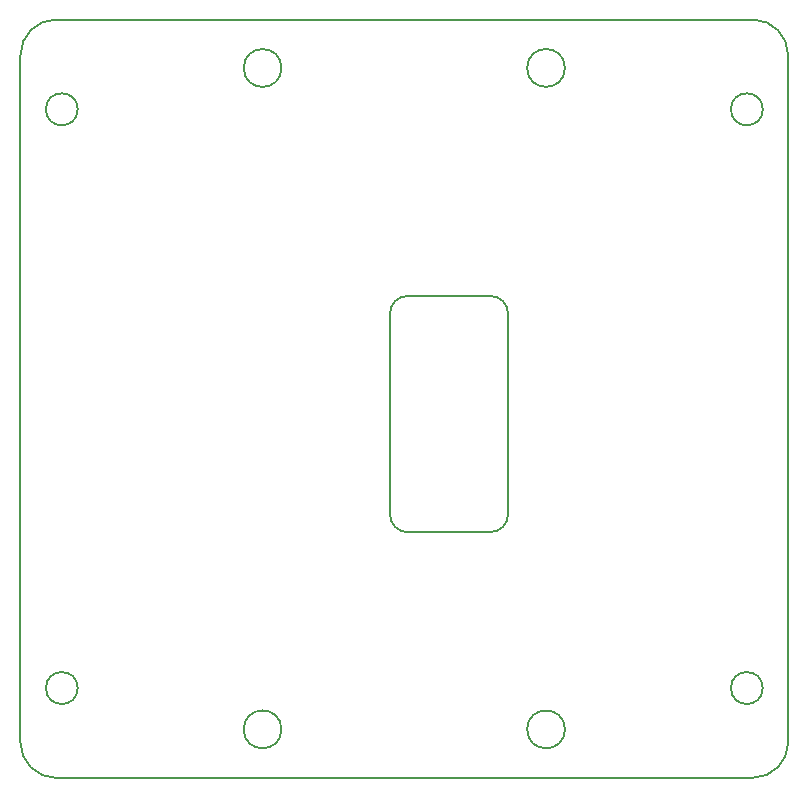
<source format=gbr>
%TF.GenerationSoftware,KiCad,Pcbnew,8.0.0-dirty*%
%TF.CreationDate,2024-04-13T11:17:01-04:00*%
%TF.ProjectId,UltrasonicPCB,556c7472-6173-46f6-9e69-635043422e6b,rev?*%
%TF.SameCoordinates,Original*%
%TF.FileFunction,Profile,NP*%
%FSLAX46Y46*%
G04 Gerber Fmt 4.6, Leading zero omitted, Abs format (unit mm)*
G04 Created by KiCad (PCBNEW 8.0.0-dirty) date 2024-04-13 11:17:01*
%MOMM*%
%LPD*%
G01*
G04 APERTURE LIST*
%TA.AperFunction,Profile*%
%ADD10C,0.200000*%
%TD*%
G04 APERTURE END LIST*
D10*
X98570000Y-123200000D02*
G75*
G02*
X95870000Y-123200000I-1350000J0D01*
G01*
X95870000Y-123200000D02*
G75*
G02*
X98570000Y-123200000I1350000J0D01*
G01*
X93720000Y-73700000D02*
X93720000Y-123700000D01*
X125000000Y-91500000D02*
G75*
G02*
X126500000Y-90000000I1500000J0D01*
G01*
X158720000Y-123700000D02*
X158719998Y-127800001D01*
X155719999Y-66599993D02*
G75*
G02*
X158719999Y-69593071I1J-3000007D01*
G01*
X139820000Y-70700000D02*
G75*
G02*
X136620000Y-70700000I-1600000J0D01*
G01*
X136620000Y-70700000D02*
G75*
G02*
X139820000Y-70700000I1600000J0D01*
G01*
X96719997Y-130799984D02*
G75*
G02*
X93720016Y-127799985I3J2999984D01*
G01*
X158719998Y-127800001D02*
G75*
G02*
X155719997Y-130799998I-2999998J1D01*
G01*
X135000000Y-91500000D02*
X135000000Y-108500000D01*
X133500000Y-90000000D02*
G75*
G02*
X135000000Y-91500000I0J-1500000D01*
G01*
X93720000Y-69600015D02*
G75*
G02*
X96719999Y-66600000I3000000J15D01*
G01*
X135000000Y-108500000D02*
G75*
G02*
X133500000Y-110000000I-1500000J0D01*
G01*
X126500000Y-110000000D02*
G75*
G02*
X125000000Y-108500000I0J1500000D01*
G01*
X93720000Y-127799985D02*
X93720000Y-123700000D01*
X115820000Y-70700000D02*
G75*
G02*
X112620000Y-70700000I-1600000J0D01*
G01*
X112620000Y-70700000D02*
G75*
G02*
X115820000Y-70700000I1600000J0D01*
G01*
X115820000Y-126700000D02*
G75*
G02*
X112620000Y-126700000I-1600000J0D01*
G01*
X112620000Y-126700000D02*
G75*
G02*
X115820000Y-126700000I1600000J0D01*
G01*
X93720000Y-69600015D02*
X93720000Y-73700000D01*
X155719997Y-130800007D02*
X96719997Y-130799984D01*
X158720000Y-123700000D02*
X158720000Y-73700000D01*
X158720000Y-73700000D02*
X158719998Y-69593071D01*
X155719999Y-66599993D02*
X96719999Y-66600016D01*
X98570000Y-74200000D02*
G75*
G02*
X95870000Y-74200000I-1350000J0D01*
G01*
X95870000Y-74200000D02*
G75*
G02*
X98570000Y-74200000I1350000J0D01*
G01*
X156570000Y-123200000D02*
G75*
G02*
X153870000Y-123200000I-1350000J0D01*
G01*
X153870000Y-123200000D02*
G75*
G02*
X156570000Y-123200000I1350000J0D01*
G01*
X156570000Y-74200000D02*
G75*
G02*
X153870000Y-74200000I-1350000J0D01*
G01*
X153870000Y-74200000D02*
G75*
G02*
X156570000Y-74200000I1350000J0D01*
G01*
X139820000Y-126700000D02*
G75*
G02*
X136620000Y-126700000I-1600000J0D01*
G01*
X136620000Y-126700000D02*
G75*
G02*
X139820000Y-126700000I1600000J0D01*
G01*
X125000000Y-91500000D02*
X125000000Y-108500000D01*
X126500000Y-90000000D02*
X133500000Y-90000000D01*
X126500000Y-110000000D02*
X133500000Y-110000000D01*
M02*

</source>
